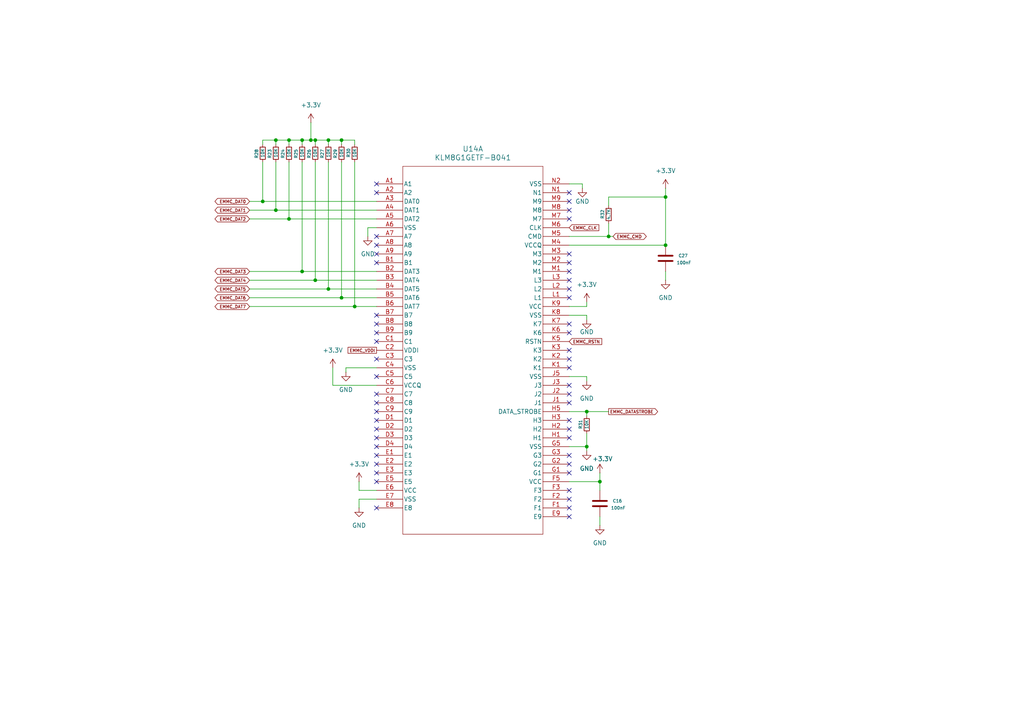
<source format=kicad_sch>
(kicad_sch (version 20231120) (generator "eeschema") (generator_version "8.0")
  (paper "A4")
  (lib_symbols
    (symbol "Device:C" (pin_numbers hide) (pin_names (offset 0.254))
      (property "Reference" "C" (at 0.635 2.54 0))
      (property "Value" "C" (at 0.635 -2.54 0))
      (symbol "C_0_1"
        (polyline (pts (xy -2.032 -0.762) (xy 2.032 -0.762)) (stroke (width 0.508)))
        (polyline (pts (xy -2.032 0.762) (xy 2.032 0.762)) (stroke (width 0.508)))
      )
      (symbol "C_1_1"
        (pin passive line (at 0 3.81 270) (length 2.794) (name "~") (number "1"))
        (pin passive line (at 0 -3.81 90) (length 2.794) (name "~") (number "2"))
      )
    )
    (symbol "Device:R_Small" (pin_numbers hide) (pin_names (offset 0.254) hide)
      (property "Reference" "R" (at 0.762 0.508 0))
      (property "Value" "R_Small" (at 0.762 -1.016 0))
      (symbol "R_Small_0_1"
        (rectangle (start -0.762 1.778) (end 0.762 -1.778) (stroke (width 0.2032)))
      )
      (symbol "R_Small_1_1"
        (pin passive line (at 0 2.54 270) (length 0.762) (name "~") (number "1"))
        (pin passive line (at 0 -2.54 90) (length 0.762) (name "~") (number "2"))
      )
    )
    (symbol "EMMC:KLM8G1GETF-B041" (pin_names (offset 0.254))
      (property "Reference" "U" (at 27.94 10.16 0))
      (property "Value" "KLM8G1GETF-B041" (at 27.94 7.62 0))
      (symbol "KLM8G1GETF-B041_1_1"
        (polyline (pts (xy 7.62 -101.6) (xy 48.26 -101.6)) (stroke (width 0.127)))
        (polyline (pts (xy 7.62 5.08) (xy 7.62 -101.6)) (stroke (width 0.127)))
        (polyline (pts (xy 48.26 -101.6) (xy 48.26 5.08)) (stroke (width 0.127)))
        (polyline (pts (xy 48.26 5.08) (xy 7.62 5.08)) (stroke (width 0.127)))
        (pin bidirectional line (at 0 0 0) (length 7.62) (name "A1") (number "A1"))
        (pin bidirectional line (at 0 -2.54 0) (length 7.62) (name "A2") (number "A2"))
        (pin bidirectional line (at 0 -5.08 0) (length 7.62) (name "DAT0") (number "A3"))
        (pin bidirectional line (at 0 -7.62 0) (length 7.62) (name "DAT1") (number "A4"))
        (pin bidirectional line (at 0 -10.16 0) (length 7.62) (name "DAT2") (number "A5"))
        (pin power_out line (at 0 -12.7 0) (length 7.62) (name "VSS") (number "A6"))
        (pin bidirectional line (at 0 -15.24 0) (length 7.62) (name "A7") (number "A7"))
        (pin bidirectional line (at 0 -17.78 0) (length 7.62) (name "A8") (number "A8"))
        (pin bidirectional line (at 0 -20.32 0) (length 7.62) (name "A9") (number "A9"))
        (pin bidirectional line (at 0 -22.86 0) (length 7.62) (name "B1") (number "B1"))
        (pin bidirectional line (at 0 -25.4 0) (length 7.62) (name "DAT3") (number "B2"))
        (pin bidirectional line (at 0 -27.94 0) (length 7.62) (name "DAT4") (number "B3"))
        (pin bidirectional line (at 0 -30.48 0) (length 7.62) (name "DAT5") (number "B4"))
        (pin bidirectional line (at 0 -33.02 0) (length 7.62) (name "DAT6") (number "B5"))
        (pin bidirectional line (at 0 -35.56 0) (length 7.62) (name "DAT7") (number "B6"))
        (pin bidirectional line (at 0 -38.1 0) (length 7.62) (name "B7") (number "B7"))
        (pin bidirectional line (at 0 -40.64 0) (length 7.62) (name "B8") (number "B8"))
        (pin bidirectional line (at 0 -43.18 0) (length 7.62) (name "B9") (number "B9"))
        (pin bidirectional line (at 0 -45.72 0) (length 7.62) (name "C1") (number "C1"))
        (pin power_in line (at 0 -48.26 0) (length 7.62) (name "VDDI") (number "C2"))
        (pin bidirectional line (at 0 -50.8 0) (length 7.62) (name "C3") (number "C3"))
        (pin power_out line (at 0 -53.34 0) (length 7.62) (name "VSS") (number "C4"))
        (pin bidirectional line (at 0 -55.88 0) (length 7.62) (name "C5") (number "C5"))
        (pin power_in line (at 0 -58.42 0) (length 7.62) (name "VCCQ") (number "C6"))
        (pin bidirectional line (at 0 -60.96 0) (length 7.62) (name "C7") (number "C7"))
        (pin bidirectional line (at 0 -63.5 0) (length 7.62) (name "C8") (number "C8"))
        (pin bidirectional line (at 0 -66.04 0) (length 7.62) (name "C9") (number "C9"))
        (pin bidirectional line (at 0 -68.58 0) (length 7.62) (name "D1") (number "D1"))
        (pin bidirectional line (at 0 -71.12 0) (length 7.62) (name "D2") (number "D2"))
        (pin bidirectional line (at 0 -73.66 0) (length 7.62) (name "D3") (number "D3"))
        (pin bidirectional line (at 0 -76.2 0) (length 7.62) (name "D4") (number "D4"))
        (pin bidirectional line (at 0 -78.74 0) (length 7.62) (name "E1") (number "E1"))
        (pin bidirectional line (at 0 -81.28 0) (length 7.62) (name "E2") (number "E2"))
        (pin bidirectional line (at 0 -83.82 0) (length 7.62) (name "E3") (number "E3"))
        (pin bidirectional line (at 0 -86.36 0) (length 7.62) (name "E5") (number "E5"))
        (pin power_in line (at 0 -88.9 0) (length 7.62) (name "VCC") (number "E6"))
        (pin power_out line (at 0 -91.44 0) (length 7.62) (name "VSS") (number "E7"))
        (pin bidirectional line (at 0 -93.98 0) (length 7.62) (name "E8") (number "E8"))
        (pin bidirectional line (at 55.88 -96.52 180) (length 7.62) (name "E9") (number "E9"))
        (pin bidirectional line (at 55.88 -93.98 180) (length 7.62) (name "F1") (number "F1"))
        (pin bidirectional line (at 55.88 -91.44 180) (length 7.62) (name "F2") (number "F2"))
        (pin bidirectional line (at 55.88 -88.9 180) (length 7.62) (name "F3") (number "F3"))
        (pin power_in line (at 55.88 -86.36 180) (length 7.62) (name "VCC") (number "F5"))
        (pin bidirectional line (at 55.88 -83.82 180) (length 7.62) (name "G1") (number "G1"))
        (pin bidirectional line (at 55.88 -81.28 180) (length 7.62) (name "G2") (number "G2"))
        (pin bidirectional line (at 55.88 -78.74 180) (length 7.62) (name "G3") (number "G3"))
        (pin power_out line (at 55.88 -76.2 180) (length 7.62) (name "VSS") (number "G5"))
        (pin bidirectional line (at 55.88 -73.66 180) (length 7.62) (name "H1") (number "H1"))
        (pin bidirectional line (at 55.88 -71.12 180) (length 7.62) (name "H2") (number "H2"))
        (pin bidirectional line (at 55.88 -68.58 180) (length 7.62) (name "H3") (number "H3"))
        (pin unspecified line (at 55.88 -66.04 180) (length 7.62) (name "DATA_STROBE") (number "H5"))
        (pin bidirectional line (at 55.88 -63.5 180) (length 7.62) (name "J1") (number "J1"))
        (pin bidirectional line (at 55.88 -60.96 180) (length 7.62) (name "J2") (number "J2"))
        (pin bidirectional line (at 55.88 -58.42 180) (length 7.62) (name "J3") (number "J3"))
        (pin power_out line (at 55.88 -55.88 180) (length 7.62) (name "VSS") (number "J5"))
        (pin bidirectional line (at 55.88 -53.34 180) (length 7.62) (name "K1") (number "K1"))
        (pin bidirectional line (at 55.88 -50.8 180) (length 7.62) (name "K2") (number "K2"))
        (pin bidirectional line (at 55.88 -48.26 180) (length 7.62) (name "K3") (number "K3"))
        (pin unspecified line (at 55.88 -45.72 180) (length 7.62) (name "RSTN") (number "K5"))
        (pin bidirectional line (at 55.88 -43.18 180) (length 7.62) (name "K6") (number "K6"))
        (pin bidirectional line (at 55.88 -40.64 180) (length 7.62) (name "K7") (number "K7"))
        (pin power_out line (at 55.88 -38.1 180) (length 7.62) (name "VSS") (number "K8"))
        (pin power_in line (at 55.88 -35.56 180) (length 7.62) (name "VCC") (number "K9"))
        (pin bidirectional line (at 55.88 -33.02 180) (length 7.62) (name "L1") (number "L1"))
        (pin bidirectional line (at 55.88 -30.48 180) (length 7.62) (name "L2") (number "L2"))
        (pin bidirectional line (at 55.88 -27.94 180) (length 7.62) (name "L3") (number "L3"))
        (pin bidirectional line (at 55.88 -25.4 180) (length 7.62) (name "M1") (number "M1"))
        (pin bidirectional line (at 55.88 -22.86 180) (length 7.62) (name "M2") (number "M2"))
        (pin bidirectional line (at 55.88 -20.32 180) (length 7.62) (name "M3") (number "M3"))
        (pin power_in line (at 55.88 -17.78 180) (length 7.62) (name "VCCQ") (number "M4"))
        (pin unspecified line (at 55.88 -15.24 180) (length 7.62) (name "CMD") (number "M5"))
        (pin unspecified line (at 55.88 -12.7 180) (length 7.62) (name "CLK") (number "M6"))
        (pin bidirectional line (at 55.88 -10.16 180) (length 7.62) (name "M7") (number "M7"))
        (pin bidirectional line (at 55.88 -7.62 180) (length 7.62) (name "M8") (number "M8"))
        (pin bidirectional line (at 55.88 -5.08 180) (length 7.62) (name "M9") (number "M9"))
        (pin bidirectional line (at 55.88 -2.54 180) (length 7.62) (name "N1") (number "N1"))
        (pin power_out line (at 55.88 0 180) (length 7.62) (name "VSS") (number "N2"))
      )
      (symbol "KLM8G1GETF-B041_2_1"
        (polyline (pts (xy 7.62 -99.06) (xy 33.02 -99.06)) (stroke (width 0.127)))
        (polyline (pts (xy 7.62 5.08) (xy 7.62 -99.06)) (stroke (width 0.127)))
        (polyline (pts (xy 33.02 -99.06) (xy 33.02 5.08)) (stroke (width 0.127)))
        (polyline (pts (xy 33.02 5.08) (xy 7.62 5.08)) (stroke (width 0.127)))
        (pin bidirectional line (at 0 -40.64 0) (length 7.62) (name "A10") (number "A10"))
        (pin bidirectional line (at 0 -43.18 0) (length 7.62) (name "A11") (number "A11"))
        (pin bidirectional line (at 0 -45.72 0) (length 7.62) (name "A12") (number "A12"))
        (pin bidirectional line (at 0 -48.26 0) (length 7.62) (name "A13") (number "A13"))
        (pin bidirectional line (at 0 -50.8 0) (length 7.62) (name "A14") (number "A14"))
        (pin bidirectional line (at 0 -53.34 0) (length 7.62) (name "B10") (number "B10"))
        (pin bidirectional line (at 0 -55.88 0) (length 7.62) (name "B11") (number "B11"))
        (pin bidirectional line (at 0 -58.42 0) (length 7.62) (name "B12") (number "B12"))
        (pin bidirectional line (at 0 -60.96 0) (length 7.62) (name "B13") (number "B13"))
        (pin bidirectional line (at 0 -63.5 0) (length 7.62) (name "B14") (number "B14"))
        (pin bidirectional line (at 0 -66.04 0) (length 7.62) (name "C10") (number "C10"))
        (pin bidirectional line (at 0 -68.58 0) (length 7.62) (name "C11") (number "C11"))
        (pin bidirectional line (at 0 -71.12 0) (length 7.62) (name "C12") (number "C12"))
        (pin bidirectional line (at 0 -73.66 0) (length 7.62) (name "C13") (number "C13"))
        (pin bidirectional line (at 0 -76.2 0) (length 7.62) (name "C14") (number "C14"))
        (pin bidirectional line (at 0 -78.74 0) (length 7.62) (name "D12") (number "D12"))
        (pin bidirectional line (at 0 -81.28 0) (length 7.62) (name "D13") (number "D13"))
        (pin bidirectional line (at 0 -83.82 0) (length 7.62) (name "D14") (number "D14"))
        (pin bidirectional line (at 0 -86.36 0) (length 7.62) (name "E10") (number "E10"))
        (pin bidirectional line (at 0 -88.9 0) (length 7.62) (name "E12") (number "E12"))
        (pin bidirectional line (at 0 -91.44 0) (length 7.62) (name "E13") (number "E13"))
        (pin bidirectional line (at 0 -93.98 0) (length 7.62) (name "E14") (number "E14"))
        (pin bidirectional line (at 40.64 -93.98 180) (length 7.62) (name "F10") (number "F10"))
        (pin bidirectional line (at 40.64 -91.44 180) (length 7.62) (name "F12") (number "F12"))
        (pin bidirectional line (at 40.64 -88.9 180) (length 7.62) (name "F13") (number "F13"))
        (pin bidirectional line (at 40.64 -86.36 180) (length 7.62) (name "F14") (number "F14"))
        (pin bidirectional line (at 40.64 -83.82 180) (length 7.62) (name "G10") (number "G10"))
        (pin bidirectional line (at 40.64 -81.28 180) (length 7.62) (name "G12") (number "G12"))
        (pin bidirectional line (at 40.64 -78.74 180) (length 7.62) (name "G13") (number "G13"))
        (pin bidirectional line (at 40.64 -76.2 180) (length 7.62) (name "G14") (number "G14"))
        (pin power_out line (at 40.64 -73.66 180) (length 7.62) (name "VSS") (number "H10"))
        (pin bidirectional line (at 40.64 -71.12 180) (length 7.62) (name "H12") (number "H12"))
        (pin bidirectional line (at 40.64 -68.58 180) (length 7.62) (name "H13") (number "H13"))
        (pin bidirectional line (at 40.64 -66.04 180) (length 7.62) (name "H14") (number "H14"))
        (pin power_in line (at 40.64 -63.5 180) (length 7.62) (name "VCC") (number "J10"))
        (pin bidirectional line (at 40.64 -60.96 180) (length 7.62) (name "J12") (number "J12"))
        (pin bidirectional line (at 40.64 -58.42 180) (length 7.62) (name "J13") (number "J13"))
        (pin bidirectional line (at 40.64 -55.88 180) (length 7.62) (name "J14") (number "J14"))
        (pin bidirectional line (at 40.64 -53.34 180) (length 7.62) (name "K10") (number "K10"))
        (pin bidirectional line (at 40.64 -50.8 180) (length 7.62) (name "K12") (number "K12"))
        (pin bidirectional line (at 40.64 -48.26 180) (length 7.62) (name "K13") (number "K13"))
        (pin bidirectional line (at 40.64 -45.72 180) (length 7.62) (name "K14") (number "K14"))
        (pin bidirectional line (at 40.64 -43.18 180) (length 7.62) (name "L12") (number "L12"))
        (pin bidirectional line (at 40.64 -40.64 180) (length 7.62) (name "L13") (number "L13"))
        (pin bidirectional line (at 40.64 -38.1 180) (length 7.62) (name "L14") (number "L14"))
        (pin bidirectional line (at 40.64 -35.56 180) (length 7.62) (name "M10") (number "M10"))
        (pin bidirectional line (at 40.64 -33.02 180) (length 7.62) (name "M11") (number "M11"))
        (pin bidirectional line (at 40.64 -30.48 180) (length 7.62) (name "M12") (number "M12"))
        (pin bidirectional line (at 40.64 -27.94 180) (length 7.62) (name "M13") (number "M13"))
        (pin bidirectional line (at 40.64 -25.4 180) (length 7.62) (name "M14") (number "M14"))
        (pin bidirectional line (at 40.64 -22.86 180) (length 7.62) (name "N10") (number "N10"))
        (pin bidirectional line (at 40.64 -20.32 180) (length 7.62) (name "N11") (number "N11"))
        (pin bidirectional line (at 40.64 -17.78 180) (length 7.62) (name "N12") (number "N12"))
        (pin bidirectional line (at 40.64 -15.24 180) (length 7.62) (name "N13") (number "N13"))
        (pin bidirectional line (at 40.64 -12.7 180) (length 7.62) (name "N14") (number "N14"))
        (pin bidirectional line (at 0 0 0) (length 7.62) (name "N3") (number "N3"))
        (pin power_in line (at 0 -2.54 0) (length 7.62) (name "VCCQ") (number "N4"))
        (pin power_out line (at 0 -5.08 0) (length 7.62) (name "VSS") (number "N5"))
        (pin bidirectional line (at 0 -7.62 0) (length 7.62) (name "N6") (number "N6"))
        (pin bidirectional line (at 0 -10.16 0) (length 7.62) (name "N7") (number "N7"))
        (pin bidirectional line (at 0 -12.7 0) (length 7.62) (name "N8") (number "N8"))
        (pin bidirectional line (at 0 -15.24 0) (length 7.62) (name "N9") (number "N9"))
        (pin bidirectional line (at 0 -17.78 0) (length 7.62) (name "P1") (number "P1"))
        (pin bidirectional line (at 40.64 -10.16 180) (length 7.62) (name "P10") (number "P10"))
        (pin bidirectional line (at 40.64 -7.62 180) (length 7.62) (name "P11") (number "P11"))
        (pin bidirectional line (at 40.64 -5.08 180) (length 7.62) (name "P12") (number "P12"))
        (pin bidirectional line (at 40.64 -2.54 180) (length 7.62) (name "P13") (number "P13"))
        (pin bidirectional line (at 40.64 0 180) (length 7.62) (name "P14") (number "P14"))
        (pin bidirectional line (at 0 -20.32 0) (length 7.62) (name "P2") (number "P2"))
        (pin power_in line (at 0 -22.86 0) (length 7.62) (name "VCCQ") (number "P3"))
        (pin power_out line (at 0 -25.4 0) (length 7.62) (name "VSS") (number "P4"))
        (pin power_in line (at 0 -27.94 0) (length 7.62) (name "VCCQ") (number "P5"))
        (pin power_out line (at 0 -30.48 0) (length 7.62) (name "VSS") (number "P6"))
        (pin bidirectional line (at 0 -33.02 0) (length 7.62) (name "P7") (number "P7"))
        (pin bidirectional line (at 0 -35.56 0) (length 7.62) (name "P8") (number "P8"))
        (pin bidirectional line (at 0 -38.1 0) (length 7.62) (name "P9") (number "P9"))
      )
    )
    (symbol "power:+3.3V" (power) (pin_numbers hide) (pin_names (offset 0) hide)
      (property "Value" "+3.3V" (at 0 3.556 0))
      (symbol "+3.3V_0_1"
        (polyline (pts (xy -0.762 1.27) (xy 0 2.54)))
        (polyline (pts (xy 0 0) (xy 0 2.54)))
        (polyline (pts (xy 0 2.54) (xy 0.762 1.27)))
      )
      (symbol "+3.3V_1_1"
        (pin power_in line (at 0 0 90) (length 0) (name "~") (number "1"))
      )
    )
    (symbol "power:GND" (power) (pin_numbers hide) (pin_names (offset 0) hide)
      (property "Value" "GND" (at 0 -3.81 0))
      (symbol "GND_0_1"
        (polyline (pts (xy 0 0) (xy 0 -1.27) (xy 1.27 -1.27) (xy 0 -2.54) (xy -1.27 -1.27) (xy 0 -1.27)))
      )
      (symbol "GND_1_1"
        (pin power_in line (at 0 0 270) (length 0) (name "~") (number "1"))
      )
    )
  )
  (junction (at 176.53 68.58))
  (junction (at 170.18 119.38))
  (junction (at 83.82 40.64))
  (junction (at 91.44 40.64))
  (junction (at 90.17 40.64))
  (junction (at 80.01 60.96))
  (junction (at 87.63 40.64))
  (junction (at 193.04 57.15))
  (junction (at 173.99 139.7))
  (junction (at 193.04 71.12))
  (junction (at 95.25 83.82))
  (junction (at 102.87 88.9))
  (junction (at 76.2 58.42))
  (junction (at 80.01 40.64))
  (junction (at 99.06 86.36))
  (junction (at 99.06 40.64))
  (junction (at 83.82 63.5))
  (junction (at 87.63 78.74))
  (junction (at 91.44 81.28))
  (junction (at 95.25 40.64))
  (junction (at 170.18 129.54))
  (no_connect (at 165.1 93.98))
  (no_connect (at 165.1 121.92))
  (no_connect (at 165.1 134.62))
  (no_connect (at 165.1 96.52))
  (no_connect (at 109.22 124.46))
  (no_connect (at 165.1 132.08))
  (no_connect (at 165.1 60.96))
  (no_connect (at 109.22 76.2))
  (no_connect (at 109.22 116.84))
  (no_connect (at 109.22 121.92))
  (no_connect (at 109.22 109.22))
  (no_connect (at 165.1 76.2))
  (no_connect (at 109.22 71.12))
  (no_connect (at 109.22 129.54))
  (no_connect (at 165.1 83.82))
  (no_connect (at 165.1 127))
  (no_connect (at 165.1 55.88))
  (no_connect (at 165.1 86.36))
  (no_connect (at 109.22 127))
  (no_connect (at 165.1 114.3))
  (no_connect (at 165.1 147.32))
  (no_connect (at 109.22 73.66))
  (no_connect (at 165.1 144.78))
  (no_connect (at 109.22 132.08))
  (no_connect (at 165.1 81.28))
  (no_connect (at 109.22 114.3))
  (no_connect (at 165.1 106.68))
  (no_connect (at 165.1 111.76))
  (no_connect (at 109.22 119.38))
  (no_connect (at 165.1 73.66))
  (no_connect (at 165.1 104.14))
  (no_connect (at 109.22 139.7))
  (no_connect (at 165.1 142.24))
  (no_connect (at 109.22 104.14))
  (no_connect (at 165.1 101.6))
  (no_connect (at 165.1 124.46))
  (no_connect (at 109.22 134.62))
  (no_connect (at 109.22 96.52))
  (no_connect (at 109.22 55.88))
  (no_connect (at 165.1 63.5))
  (no_connect (at 165.1 58.42))
  (no_connect (at 165.1 149.86))
  (no_connect (at 165.1 116.84))
  (no_connect (at 109.22 53.34))
  (no_connect (at 109.22 93.98))
  (no_connect (at 109.22 137.16))
  (no_connect (at 109.22 91.44))
  (no_connect (at 109.22 99.06))
  (no_connect (at 109.22 68.58))
  (no_connect (at 165.1 78.74))
  (no_connect (at 165.1 137.16))
  (no_connect (at 109.22 147.32))
  (wire (pts (xy 165.1 109.22) (xy 170.18 109.22)))
  (wire (pts (xy 80.01 40.64) (xy 80.01 41.91)))
  (wire (pts (xy 165.1 88.9) (xy 170.18 88.9)))
  (wire (pts (xy 72.39 60.96) (xy 80.01 60.96)))
  (wire (pts (xy 99.06 40.64) (xy 99.06 41.91)))
  (wire (pts (xy 173.99 139.7) (xy 173.99 142.24)))
  (wire (pts (xy 72.39 83.82) (xy 95.25 83.82)))
  (wire (pts (xy 91.44 81.28) (xy 109.22 81.28)))
  (wire (pts (xy 100.33 106.68) (xy 100.33 107.95)))
  (wire (pts (xy 170.18 119.38) (xy 165.1 119.38)))
  (wire (pts (xy 168.91 53.34) (xy 168.91 54.61)))
  (wire (pts (xy 104.14 142.24) (xy 109.22 142.24)))
  (wire (pts (xy 76.2 40.64) (xy 80.01 40.64)))
  (wire (pts (xy 76.2 41.91) (xy 76.2 40.64)))
  (wire (pts (xy 87.63 41.91) (xy 87.63 40.64)))
  (wire (pts (xy 76.2 58.42) (xy 109.22 58.42)))
  (wire (pts (xy 99.06 86.36) (xy 109.22 86.36)))
  (wire (pts (xy 104.14 144.78) (xy 104.14 147.32)))
  (wire (pts (xy 165.1 129.54) (xy 170.18 129.54)))
  (wire (pts (xy 193.04 78.74) (xy 193.04 81.28)))
  (wire (pts (xy 165.1 139.7) (xy 173.99 139.7)))
  (wire (pts (xy 87.63 78.74) (xy 109.22 78.74)))
  (wire (pts (xy 76.2 46.99) (xy 76.2 58.42)))
  (wire (pts (xy 95.25 46.99) (xy 95.25 83.82)))
  (wire (pts (xy 193.04 57.15) (xy 193.04 71.12)))
  (wire (pts (xy 83.82 41.91) (xy 83.82 40.64)))
  (wire (pts (xy 91.44 46.99) (xy 91.44 81.28)))
  (wire (pts (xy 99.06 40.64) (xy 95.25 40.64)))
  (wire (pts (xy 83.82 40.64) (xy 87.63 40.64)))
  (wire (pts (xy 80.01 46.99) (xy 80.01 60.96)))
  (wire (pts (xy 99.06 46.99) (xy 99.06 86.36)))
  (wire (pts (xy 95.25 83.82) (xy 109.22 83.82)))
  (wire (pts (xy 72.39 78.74) (xy 87.63 78.74)))
  (wire (pts (xy 170.18 125.73) (xy 170.18 129.54)))
  (wire (pts (xy 173.99 149.86) (xy 173.99 152.4)))
  (wire (pts (xy 170.18 129.54) (xy 170.18 130.81)))
  (wire (pts (xy 102.87 41.91) (xy 102.87 40.64)))
  (wire (pts (xy 72.39 81.28) (xy 91.44 81.28)))
  (wire (pts (xy 72.39 88.9) (xy 102.87 88.9)))
  (wire (pts (xy 102.87 46.99) (xy 102.87 88.9)))
  (wire (pts (xy 165.1 53.34) (xy 168.91 53.34)))
  (wire (pts (xy 91.44 40.64) (xy 90.17 40.64)))
  (wire (pts (xy 170.18 88.9) (xy 170.18 87.63)))
  (wire (pts (xy 104.14 139.7) (xy 104.14 142.24)))
  (wire (pts (xy 90.17 40.64) (xy 87.63 40.64)))
  (wire (pts (xy 96.52 111.76) (xy 109.22 111.76)))
  (wire (pts (xy 106.68 66.04) (xy 106.68 68.58)))
  (wire (pts (xy 80.01 60.96) (xy 109.22 60.96)))
  (wire (pts (xy 177.8 68.58) (xy 176.53 68.58)))
  (wire (pts (xy 83.82 40.64) (xy 80.01 40.64)))
  (wire (pts (xy 176.53 64.77) (xy 176.53 68.58)))
  (wire (pts (xy 165.1 71.12) (xy 193.04 71.12)))
  (wire (pts (xy 90.17 35.56) (xy 90.17 40.64)))
  (wire (pts (xy 170.18 109.22) (xy 170.18 110.49)))
  (wire (pts (xy 165.1 91.44) (xy 170.18 91.44)))
  (wire (pts (xy 176.53 68.58) (xy 165.1 68.58)))
  (wire (pts (xy 83.82 63.5) (xy 109.22 63.5)))
  (wire (pts (xy 91.44 41.91) (xy 91.44 40.64)))
  (wire (pts (xy 95.25 40.64) (xy 95.25 41.91)))
  (wire (pts (xy 170.18 119.38) (xy 176.53 119.38)))
  (wire (pts (xy 102.87 40.64) (xy 99.06 40.64)))
  (wire (pts (xy 109.22 66.04) (xy 106.68 66.04)))
  (wire (pts (xy 72.39 58.42) (xy 76.2 58.42)))
  (wire (pts (xy 176.53 59.69) (xy 176.53 57.15)))
  (wire (pts (xy 170.18 119.38) (xy 170.18 120.65)))
  (wire (pts (xy 87.63 46.99) (xy 87.63 78.74)))
  (wire (pts (xy 193.04 54.61) (xy 193.04 57.15)))
  (wire (pts (xy 95.25 40.64) (xy 91.44 40.64)))
  (wire (pts (xy 72.39 86.36) (xy 99.06 86.36)))
  (wire (pts (xy 173.99 139.7) (xy 173.99 137.16)))
  (wire (pts (xy 102.87 88.9) (xy 109.22 88.9)))
  (wire (pts (xy 170.18 91.44) (xy 170.18 92.71)))
  (wire (pts (xy 72.39 63.5) (xy 83.82 63.5)))
  (wire (pts (xy 100.33 106.68) (xy 109.22 106.68)))
  (wire (pts (xy 96.52 106.68) (xy 96.52 111.76)))
  (wire (pts (xy 176.53 57.15) (xy 193.04 57.15)))
  (wire (pts (xy 83.82 46.99) (xy 83.82 63.5)))
  (wire (pts (xy 109.22 144.78) (xy 104.14 144.78)))
  (global_label "EMMC_DAT0" (shape bidirectional) (at 72.39 58.42 180) (effects (font (size 0.889 0.889))) (property "Intersheetrefs" "${INTERSHEET_REFS}" (effects (hide yes))))
  (global_label "EMMC_DAT7" (shape bidirectional) (at 72.39 88.9 180) (effects (font (size 0.889 0.889))) (property "Intersheetrefs" "${INTERSHEET_REFS}" (effects (hide yes))))
  (global_label "EMMC_CLK" (shape input) (at 165.1 66.04 0) (effects (font (size 0.889 0.889))) (property "Intersheetrefs" "${INTERSHEET_REFS}" (effects (hide yes))))
  (global_label "EMMC_VDDI" (shape passive) (at 109.22 101.6 180) (effects (font (size 0.889 0.889))) (property "Intersheetrefs" "${INTERSHEET_REFS}" (effects (hide yes))))
  (global_label "EMMC_DATASTROBE" (shape output) (at 176.53 119.38 0) (effects (font (size 0.889 0.889))) (property "Intersheetrefs" "${INTERSHEET_REFS}" (effects (hide yes))))
  (global_label "EMMC_DAT3" (shape bidirectional) (at 72.39 78.74 180) (effects (font (size 0.889 0.889))) (property "Intersheetrefs" "${INTERSHEET_REFS}" (effects (hide yes))))
  (global_label "EMMC_CMD" (shape bidirectional) (at 177.8 68.58 0) (effects (font (size 0.889 0.889))) (property "Intersheetrefs" "${INTERSHEET_REFS}" (effects (hide yes))))
  (global_label "EMMC_RSTN" (shape input) (at 165.1 99.06 0) (effects (font (size 0.889 0.889))) (property "Intersheetrefs" "${INTERSHEET_REFS}" (effects (hide yes))))
  (global_label "EMMC_DAT5" (shape bidirectional) (at 72.39 83.82 180) (effects (font (size 0.889 0.889))) (property "Intersheetrefs" "${INTERSHEET_REFS}" (effects (hide yes))))
  (global_label "EMMC_DAT2" (shape bidirectional) (at 72.39 63.5 180) (effects (font (size 0.889 0.889))) (property "Intersheetrefs" "${INTERSHEET_REFS}" (effects (hide yes))))
  (global_label "EMMC_DAT1" (shape bidirectional) (at 72.39 60.96 180) (effects (font (size 0.889 0.889))) (property "Intersheetrefs" "${INTERSHEET_REFS}" (effects (hide yes))))
  (global_label "EMMC_DAT6" (shape bidirectional) (at 72.39 86.36 180) (effects (font (size 0.889 0.889))) (property "Intersheetrefs" "${INTERSHEET_REFS}" (effects (hide yes))))
  (global_label "EMMC_DAT4" (shape bidirectional) (at 72.39 81.28 180) (effects (font (size 0.889 0.889))) (property "Intersheetrefs" "${INTERSHEET_REFS}" (effects (hide yes))))
  (symbol (lib_id "power:+3.3V") (at 173.99 137.16 0) (unit 1)
    (property "Reference" "#PWR0104" (effects (hide yes)))
    (property "Value" "+3.3V" (at 174.752 133.096 0))
    (property "Description" "Power symbol creates a global label with name \"+3.3V\"" (effects (hide yes)))
  )
  (symbol (lib_id "Device:R_Small") (at 102.87 44.45 0) (unit 1)
    (property "Reference" "R30" (at 101.092 45.72 90) (effects (font (size 0.889 0.889)) (justify left)))
    (property "Value" "10K" (at 102.8701 45.72 90) (effects (font (size 0.889 0.889)) (justify left)))
    (property "Description" "Resistor, small symbol" (effects (hide yes)))
  )
  (symbol (lib_id "power:GND") (at 104.14 147.32 0) (unit 1)
    (property "Reference" "#PWR040" (effects (hide yes)))
    (property "Value" "GND" (at 104.14 152.4 0))
    (property "Description" "Power symbol creates a global label with name \"GND\" , ground" (effects (hide yes)))
  )
  (symbol (lib_id "power:GND") (at 193.04 81.28 0) (unit 1)
    (property "Reference" "#PWR0108" (effects (hide yes)))
    (property "Value" "GND" (at 193.04 86.36 0))
    (property "Description" "Power symbol creates a global label with name \"GND\" , ground" (effects (hide yes)))
  )
  (symbol (lib_id "Device:R_Small") (at 176.53 62.23 0) (unit 1)
    (property "Reference" "R32" (at 174.752 63.5 90) (effects (font (size 0.889 0.889)) (justify left)))
    (property "Value" "4.7K" (at 176.53 63.754 90) (effects (font (size 0.889 0.889)) (justify left)))
    (property "Description" "Resistor, small symbol" (effects (hide yes)))
  )
  (symbol (lib_id "Device:R_Small") (at 95.25 44.45 0) (unit 1)
    (property "Reference" "R27" (at 93.472 45.974 90) (effects (font (size 0.889 0.889)) (justify left)))
    (property "Value" "10K" (at 95.2501 45.72 90) (effects (font (size 0.889 0.889)) (justify left)))
    (property "Description" "Resistor, small symbol" (effects (hide yes)))
  )
  (symbol (lib_id "Device:R_Small") (at 91.44 44.45 0) (unit 1)
    (property "Reference" "R26" (at 89.662 45.974 90) (effects (font (size 0.889 0.889)) (justify left)))
    (property "Value" "10K" (at 91.4401 45.72 90) (effects (font (size 0.889 0.889)) (justify left)))
    (property "Description" "Resistor, small symbol" (effects (hide yes)))
  )
  (symbol (lib_id "power:GND") (at 170.18 92.71 0) (unit 1)
    (property "Reference" "#PWR015" (effects (hide yes)))
    (property "Value" "GND" (at 170.18 96.266 0))
    (property "Description" "Power symbol creates a global label with name \"GND\" , ground" (effects (hide yes)))
  )
  (symbol (lib_id "Device:R_Small") (at 80.01 44.45 0) (unit 1)
    (property "Reference" "R23" (at 78.232 45.974 90) (effects (font (size 0.889 0.889)) (justify left)))
    (property "Value" "10K" (at 80.0101 45.72 90) (effects (font (size 0.889 0.889)) (justify left)))
    (property "Description" "Resistor, small symbol" (effects (hide yes)))
  )
  (symbol (lib_id "EMMC:KLM8G1GETF-B041") (at 109.22 53.34 0) (unit 1)
    (property "Reference" "U14" (at 137.16 43.18 0) (effects (font (size 1.524 1.524))))
    (property "Value" "KLM8G1GETF-B041" (at 137.16 45.72 0) (effects (font (size 1.524 1.524))))
    (property "Footprint" "KLMBG2JENB-B041_SAM" (effects (hide yes)))
    (property "Datasheet" "KLM8G1GETF-B041" (effects (hide yes)))
  )
  (symbol (lib_id "power:GND") (at 168.91 54.61 0) (unit 1)
    (property "Reference" "#PWR012" (effects (hide yes)))
    (property "Value" "GND" (at 168.91 58.42 0))
    (property "Description" "Power symbol creates a global label with name \"GND\" , ground" (effects (hide yes)))
  )
  (symbol (lib_id "power:GND") (at 170.18 130.81 0) (unit 1)
    (property "Reference" "#PWR039" (effects (hide yes)))
    (property "Value" "GND" (at 170.18 135.89 0))
    (property "Description" "Power symbol creates a global label with name \"GND\" , ground" (effects (hide yes)))
  )
  (symbol (lib_id "power:+3.3V") (at 193.04 54.61 0) (unit 1)
    (property "Reference" "#PWR0106" (effects (hide yes)))
    (property "Value" "+3.3V" (at 193.04 49.53 0))
    (property "Description" "Power symbol creates a global label with name \"+3.3V\"" (effects (hide yes)))
  )
  (symbol (lib_id "power:GND") (at 100.33 107.95 0) (unit 1)
    (property "Reference" "#PWR089" (effects (hide yes)))
    (property "Value" "GND" (at 100.33 113.03 0))
    (property "Description" "Power symbol creates a global label with name \"GND\" , ground" (effects (hide yes)))
  )
  (symbol (lib_id "Device:R_Small") (at 170.18 123.19 0) (unit 1)
    (property "Reference" "R31" (at 168.402 124.46 90) (effects (font (size 0.889 0.889)) (justify left)))
    (property "Value" "10K" (at 170.1801 124.46 90) (effects (font (size 0.889 0.889)) (justify left)))
    (property "Description" "Resistor, small symbol" (effects (hide yes)))
  )
  (symbol (lib_id "power:GND") (at 170.18 110.49 0) (unit 1)
    (property "Reference" "#PWR024" (effects (hide yes)))
    (property "Value" "GND" (at 170.18 115.57 0))
    (property "Description" "Power symbol creates a global label with name \"GND\" , ground" (effects (hide yes)))
  )
  (symbol (lib_id "power:+3.3V") (at 96.52 106.68 0) (unit 1)
    (property "Reference" "#PWR0107" (effects (hide yes)))
    (property "Value" "+3.3V" (at 96.52 101.6 0))
    (property "Description" "Power symbol creates a global label with name \"+3.3V\"" (effects (hide yes)))
  )
  (symbol (lib_id "Device:R_Small") (at 83.82 44.45 0) (unit 1)
    (property "Reference" "R24" (at 82.042 45.974 90) (effects (font (size 0.889 0.889)) (justify left)))
    (property "Value" "10K" (at 83.8201 45.72 90) (effects (font (size 0.889 0.889)) (justify left)))
    (property "Description" "Resistor, small symbol" (effects (hide yes)))
  )
  (symbol (lib_id "Device:R_Small") (at 87.63 44.45 0) (unit 1)
    (property "Reference" "R25" (at 85.852 45.974 90) (effects (font (size 0.889 0.889)) (justify left)))
    (property "Value" "10K" (at 87.6301 45.72 90) (effects (font (size 0.889 0.889)) (justify left)))
    (property "Description" "Resistor, small symbol" (effects (hide yes)))
  )
  (symbol (lib_id "Device:C") (at 193.04 74.93 0) (unit 1)
    (property "Reference" "C27" (at 198.12 74.168 0) (effects (font (size 0.889 0.889))))
    (property "Value" "100nF" (at 198.374 76.2 0) (effects (font (size 0.889 0.889))))
    (property "Footprint" "Capacitor_SMD:C_0402_1005Metric" (effects (hide yes)))
    (property "Description" "Unpolarized capacitor" (effects (hide yes)))
  )
  (symbol (lib_id "power:+3.3V") (at 104.14 139.7 0) (unit 1)
    (property "Reference" "#PWR0102" (effects (hide yes)))
    (property "Value" "+3.3V" (at 104.14 134.62 0))
    (property "Description" "Power symbol creates a global label with name \"+3.3V\"" (effects (hide yes)))
  )
  (symbol (lib_id "Device:C") (at 173.99 146.05 0) (unit 1)
    (property "Reference" "C16" (at 179.07 145.288 0) (effects (font (size 0.889 0.889))))
    (property "Value" "100nF" (at 179.324 147.32 0) (effects (font (size 0.889 0.889))))
    (property "Footprint" "Capacitor_SMD:C_0402_1005Metric" (effects (hide yes)))
    (property "Description" "Unpolarized capacitor" (effects (hide yes)))
  )
  (symbol (lib_id "power:GND") (at 173.99 152.4 0) (unit 1)
    (property "Reference" "#PWR0105" (effects (hide yes)))
    (property "Value" "GND" (at 173.99 157.48 0))
    (property "Description" "Power symbol creates a global label with name \"GND\" , ground" (effects (hide yes)))
  )
  (symbol (lib_id "Device:R_Small") (at 99.06 44.45 0) (unit 1)
    (property "Reference" "R29" (at 97.282 45.974 90) (effects (font (size 0.889 0.889)) (justify left)))
    (property "Value" "10K" (at 99.0601 45.72 90) (effects (font (size 0.889 0.889)) (justify left)))
    (property "Description" "Resistor, small symbol" (effects (hide yes)))
  )
  (symbol (lib_id "Device:R_Small") (at 76.2 44.45 0) (unit 1)
    (property "Reference" "R28" (at 74.422 45.974 90) (effects (font (size 0.889 0.889)) (justify left)))
    (property "Value" "10K" (at 76.2001 45.72 90) (effects (font (size 0.889 0.889)) (justify left)))
    (property "Description" "Resistor, small symbol" (effects (hide yes)))
  )
  (symbol (lib_id "power:GND") (at 106.68 68.58 0) (unit 1)
    (property "Reference" "#PWR088" (effects (hide yes)))
    (property "Value" "GND" (at 106.68 73.66 0))
    (property "Description" "Power symbol creates a global label with name \"GND\" , ground" (effects (hide yes)))
  )
  (symbol (lib_id "power:+3.3V") (at 170.18 87.63 0) (unit 1)
    (property "Reference" "#PWR0103" (effects (hide yes)))
    (property "Value" "+3.3V" (at 170.18 82.55 0))
    (property "Description" "Power symbol creates a global label with name \"+3.3V\"" (effects (hide yes)))
  )
  (symbol (lib_id "power:+3.3V") (at 90.17 35.56 0) (unit 1)
    (property "Reference" "#PWR0109" (effects (hide yes)))
    (property "Value" "+3.3V" (at 90.17 30.48 0))
    (property "Description" "Power symbol creates a global label with name \"+3.3V\"" (effects (hide yes)))
  )
)
</source>
